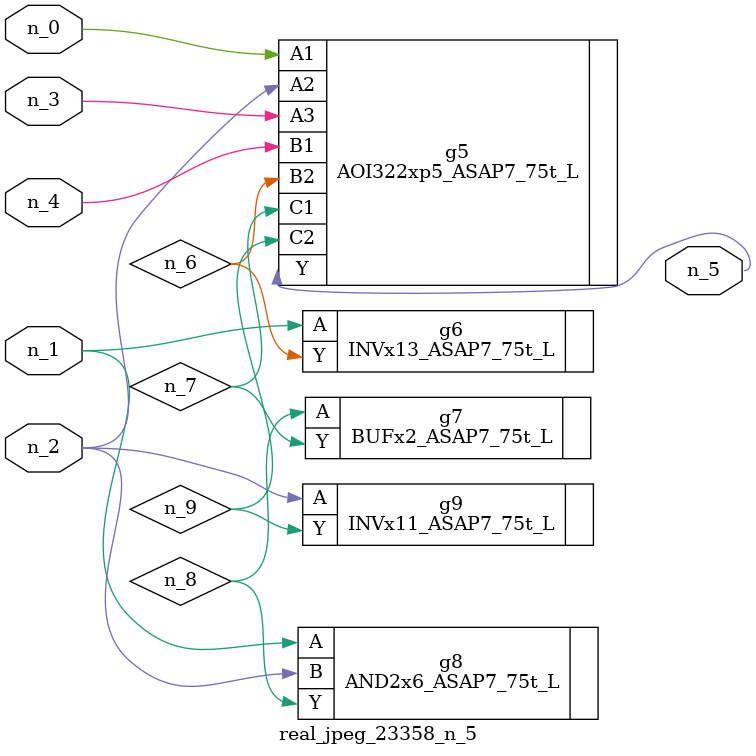
<source format=v>
module real_jpeg_23358_n_5 (n_4, n_0, n_1, n_2, n_3, n_5);

input n_4;
input n_0;
input n_1;
input n_2;
input n_3;

output n_5;

wire n_8;
wire n_6;
wire n_7;
wire n_9;

AOI322xp5_ASAP7_75t_L g5 ( 
.A1(n_0),
.A2(n_2),
.A3(n_3),
.B1(n_4),
.B2(n_6),
.C1(n_7),
.C2(n_9),
.Y(n_5)
);

INVx13_ASAP7_75t_L g6 ( 
.A(n_1),
.Y(n_6)
);

AND2x6_ASAP7_75t_L g8 ( 
.A(n_1),
.B(n_2),
.Y(n_8)
);

INVx11_ASAP7_75t_L g9 ( 
.A(n_2),
.Y(n_9)
);

BUFx2_ASAP7_75t_L g7 ( 
.A(n_8),
.Y(n_7)
);


endmodule
</source>
